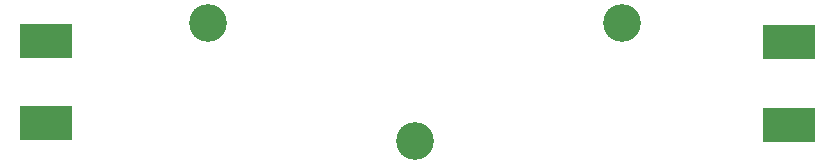
<source format=gbr>
G04 EAGLE Gerber RS-274X export*
G75*
%MOMM*%
%FSLAX34Y34*%
%LPD*%
%INSoldermask Bottom*%
%IPPOS*%
%AMOC8*
5,1,8,0,0,1.08239X$1,22.5*%
G01*
%ADD10C,3.203200*%
%ADD11R,4.394200X2.870200*%


D10*
X345000Y40000D03*
X170000Y140000D03*
X520000Y140000D03*
D11*
X32584Y55224D03*
X32584Y125116D03*
X662106Y123846D03*
X662106Y53954D03*
M02*

</source>
